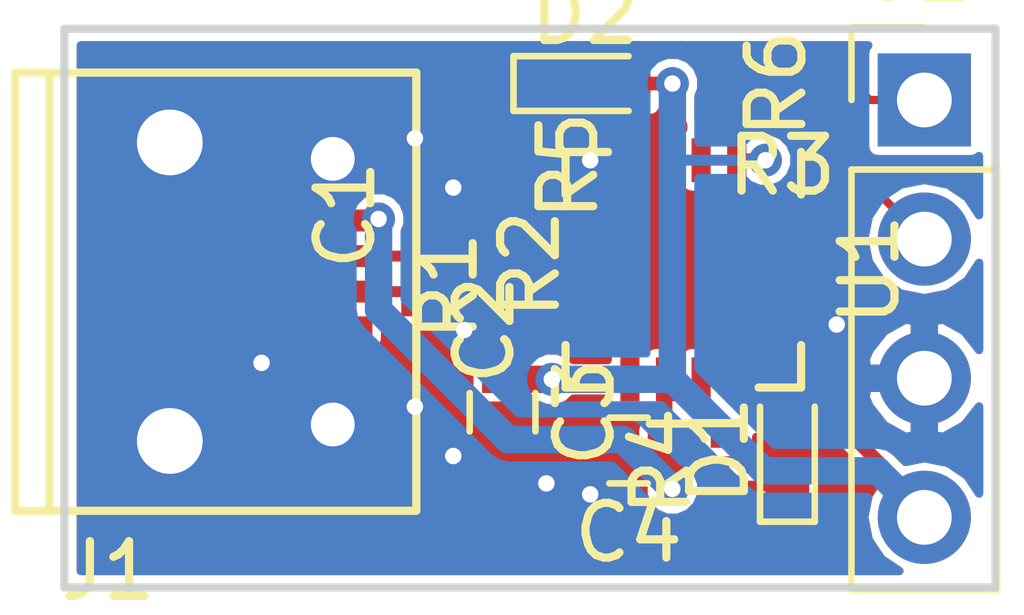
<source format=kicad_pcb>
(kicad_pcb (version 20170922) (host pcbnew no-vcs-found-fc5e8e5~60~ubuntu17.04.1)

(general
  (thickness 1.6)
  (drawings 21)
  (tracks 97)
  (zones 0)
  (modules 15)
  (nets 20)
)

(page A4)
(layers
  (0 F.Cu signal)
  (31 B.Cu signal)
  (32 B.Adhes user)
  (33 F.Adhes user)
  (34 B.Paste user)
  (35 F.Paste user)
  (36 B.SilkS user hide)
  (37 F.SilkS user hide)
  (38 B.Mask user)
  (39 F.Mask user)
  (40 Dwgs.User user)
  (41 Cmts.User user)
  (42 Eco1.User user)
  (43 Eco2.User user)
  (44 Edge.Cuts user)
  (45 Margin user)
  (46 B.CrtYd user)
  (47 F.CrtYd user)
  (48 B.Fab user)
  (49 F.Fab user hide)
)


(setup
  (last_trace_width 0.15)
  (user_trace_width 0.15)
  (user_trace_width 0.2)
  (user_trace_width 0.25)
  (user_trace_width 0.5)
  (user_trace_width 0.8)
  (user_trace_width 1)
  (user_trace_width 1.5)
  (user_trace_width 2)
  (trace_clearance 0.15)
  (zone_clearance 0.15)
  (zone_45_only no)
  (trace_min 0.15)
  (segment_width 0.2)
  (edge_width 0.15)
  (via_size 0.6)
  (via_drill 0.3)
  (via_min_size 0.6)
  (via_min_drill 0.3)
  (user_via 0.6 0.3)
  (uvia_size 0.3)
  (uvia_drill 0.1)
  (uvias_allowed no)
  (uvia_min_size 0.2)
  (uvia_min_drill 0.1)
  (pcb_text_width 0.3)
  (pcb_text_size 1.5 1.5)
  (mod_edge_width 0.15)
  (mod_text_size 1 1)
  (mod_text_width 0.15)
  (pad_size 1.7 1.7)
  (pad_drill 1)
  (pad_to_mask_clearance 0)
  (aux_axis_origin 0 0)
  (visible_elements FFFFFF7F)
  (pcbplotparams
    (layerselection 0x00030_ffffffff)
    (usegerberextensions false)
    (usegerberattributes true)
    (usegerberadvancedattributes true)
    (creategerberjobfile true)
    (excludeedgelayer true)
    (linewidth 0.100000)
    (plotframeref false)
    (viasonmask false)
    (mode 1)
    (useauxorigin false)
    (hpglpennumber 1)
    (hpglpenspeed 20)
    (hpglpendiameter 15)
    (psnegative false)
    (psa4output false)
    (plotreference true)
    (plotvalue true)
    (plotinvisibletext false)
    (padsonsilk false)
    (subtractmaskfromsilk false)
    (outputformat 1)
    (mirror false)
    (drillshape 1)
    (scaleselection 1)
    (outputdirectory ""))
)

(net 0 "")
(net 1 GND)
(net 2 "Net-(C1-Pad1)")
(net 3 "Net-(C2-Pad1)")
(net 4 +3V3)
(net 5 +5V)
(net 6 "Net-(D1-Pad1)")
(net 7 "Net-(D2-Pad1)")
(net 8 "Net-(R1-Pad1)")
(net 9 "Net-(R2-Pad1)")
(net 10 "Net-(R3-Pad2)")
(net 11 "Net-(R4-Pad2)")
(net 12 "Net-(R5-Pad2)")
(net 13 /Rx)
(net 14 /Tx)
(net 15 "Net-(J1-Pad4)")
(net 16 "Net-(R6-Pad2)")
(net 17 "Net-(U1-Pad12)")
(net 18 "Net-(U1-Pad14)")
(net 19 "Net-(U1-Pad16)")

(net_class Default "This is the default net class."
  (clearance 0.15)
  (trace_width 0.25)
  (via_dia 0.6)
  (via_drill 0.3)
  (uvia_dia 0.3)
  (uvia_drill 0.1)
  (add_net +3V3)
  (add_net +5V)
  (add_net /Rx)
  (add_net /Tx)
  (add_net GND)
  (add_net "Net-(C1-Pad1)")
  (add_net "Net-(C2-Pad1)")
  (add_net "Net-(D1-Pad1)")
  (add_net "Net-(D2-Pad1)")
  (add_net "Net-(J1-Pad4)")
  (add_net "Net-(R1-Pad1)")
  (add_net "Net-(R2-Pad1)")
  (add_net "Net-(R3-Pad2)")
  (add_net "Net-(R4-Pad2)")
  (add_net "Net-(R5-Pad2)")
  (add_net "Net-(R6-Pad2)")
  (add_net "Net-(U1-Pad12)")
  (add_net "Net-(U1-Pad14)")
  (add_net "Net-(U1-Pad16)")
)

  (module Capacitors_SMD:C_0402_NoSilk (layer F.Cu) (tedit 58AA8408) (tstamp 59DD947B)
    (at 146.4 73.4 90)
    (descr "Capacitor SMD 0402, reflow soldering, AVX (see smccp.pdf)")
    (tags "capacitor 0402")
    (path /59CBC4AC)
    (attr smd)
    (fp_text reference C1 (at 0 -1.27 90) (layer F.SilkS)
      (effects (font (size 1 1) (thickness 0.15)))
    )
    (fp_text value 47p (at 0 1.27 90) (layer F.Fab)
      (effects (font (size 1 1) (thickness 0.15)))
    )
    (fp_line (start 1 0.4) (end -1 0.4) (layer F.CrtYd) (width 0.05))
    (fp_line (start 1 0.4) (end 1 -0.4) (layer F.CrtYd) (width 0.05))
    (fp_line (start -1 -0.4) (end -1 0.4) (layer F.CrtYd) (width 0.05))
    (fp_line (start -1 -0.4) (end 1 -0.4) (layer F.CrtYd) (width 0.05))
    (fp_line (start -0.5 -0.25) (end 0.5 -0.25) (layer F.Fab) (width 0.1))
    (fp_line (start 0.5 -0.25) (end 0.5 0.25) (layer F.Fab) (width 0.1))
    (fp_line (start 0.5 0.25) (end -0.5 0.25) (layer F.Fab) (width 0.1))
    (fp_line (start -0.5 0.25) (end -0.5 -0.25) (layer F.Fab) (width 0.1))
    (fp_text user %R (at 0 -1.27 90) (layer F.Fab)
      (effects (font (size 1 1) (thickness 0.15)))
    )
    (pad 2 smd rect (at 0.55 0 90) (size 0.6 0.5) (layers F.Cu F.Paste F.Mask)
      (net 1 GND))
    (pad 1 smd rect (at -0.55 0 90) (size 0.6 0.5) (layers F.Cu F.Paste F.Mask)
      (net 2 "Net-(C1-Pad1)"))
    (model Capacitors_SMD.3dshapes/C_0402.wrl
      (at (xyz 0 0 0))
      (scale (xyz 1 1 1))
      (rotate (xyz 0 0 0))
    )
  )

  (module Capacitors_SMD:C_0402_NoSilk (layer F.Cu) (tedit 58AA8408) (tstamp 59DD948A)
    (at 146.4 75.5 270)
    (descr "Capacitor SMD 0402, reflow soldering, AVX (see smccp.pdf)")
    (tags "capacitor 0402")
    (path /59CBC39F)
    (attr smd)
    (fp_text reference C2 (at 0 -1.27 270) (layer F.SilkS)
      (effects (font (size 1 1) (thickness 0.15)))
    )
    (fp_text value 47p (at 0 1.27 270) (layer F.Fab)
      (effects (font (size 1 1) (thickness 0.15)))
    )
    (fp_text user %R (at 0 -1.27 270) (layer F.Fab)
      (effects (font (size 1 1) (thickness 0.15)))
    )
    (fp_line (start -0.5 0.25) (end -0.5 -0.25) (layer F.Fab) (width 0.1))
    (fp_line (start 0.5 0.25) (end -0.5 0.25) (layer F.Fab) (width 0.1))
    (fp_line (start 0.5 -0.25) (end 0.5 0.25) (layer F.Fab) (width 0.1))
    (fp_line (start -0.5 -0.25) (end 0.5 -0.25) (layer F.Fab) (width 0.1))
    (fp_line (start -1 -0.4) (end 1 -0.4) (layer F.CrtYd) (width 0.05))
    (fp_line (start -1 -0.4) (end -1 0.4) (layer F.CrtYd) (width 0.05))
    (fp_line (start 1 0.4) (end 1 -0.4) (layer F.CrtYd) (width 0.05))
    (fp_line (start 1 0.4) (end -1 0.4) (layer F.CrtYd) (width 0.05))
    (pad 1 smd rect (at -0.55 0 270) (size 0.6 0.5) (layers F.Cu F.Paste F.Mask)
      (net 3 "Net-(C2-Pad1)"))
    (pad 2 smd rect (at 0.55 0 270) (size 0.6 0.5) (layers F.Cu F.Paste F.Mask)
      (net 1 GND))
    (model Capacitors_SMD.3dshapes/C_0402.wrl
      (at (xyz 0 0 0))
      (scale (xyz 1 1 1))
      (rotate (xyz 0 0 0))
    )
  )

  (module Capacitors_SMD:C_0603 (layer F.Cu) (tedit 59958EE7) (tstamp 59DD949B)
    (at 148 77 270)
    (descr "Capacitor SMD 0603, reflow soldering, AVX (see smccp.pdf)")
    (tags "capacitor 0603")
    (path /59CBC175)
    (attr smd)
    (fp_text reference C3 (at 0 -1.5 270) (layer F.SilkS)
      (effects (font (size 1 1) (thickness 0.15)))
    )
    (fp_text value 4.7u/6.3V (at 0 1.5 270) (layer F.Fab)
      (effects (font (size 1 1) (thickness 0.15)))
    )
    (fp_line (start 1.4 0.65) (end -1.4 0.65) (layer F.CrtYd) (width 0.05))
    (fp_line (start 1.4 0.65) (end 1.4 -0.65) (layer F.CrtYd) (width 0.05))
    (fp_line (start -1.4 -0.65) (end -1.4 0.65) (layer F.CrtYd) (width 0.05))
    (fp_line (start -1.4 -0.65) (end 1.4 -0.65) (layer F.CrtYd) (width 0.05))
    (fp_line (start 0.35 0.6) (end -0.35 0.6) (layer F.SilkS) (width 0.12))
    (fp_line (start -0.35 -0.6) (end 0.35 -0.6) (layer F.SilkS) (width 0.12))
    (fp_line (start -0.8 -0.4) (end 0.8 -0.4) (layer F.Fab) (width 0.1))
    (fp_line (start 0.8 -0.4) (end 0.8 0.4) (layer F.Fab) (width 0.1))
    (fp_line (start 0.8 0.4) (end -0.8 0.4) (layer F.Fab) (width 0.1))
    (fp_line (start -0.8 0.4) (end -0.8 -0.4) (layer F.Fab) (width 0.1))
    (fp_text user %R (at 0 0 270) (layer F.Fab)
      (effects (font (size 0.3 0.3) (thickness 0.075)))
    )
    (pad 2 smd rect (at 0.75 0 270) (size 0.8 0.75) (layers F.Cu F.Paste F.Mask)
      (net 1 GND))
    (pad 1 smd rect (at -0.75 0 270) (size 0.8 0.75) (layers F.Cu F.Paste F.Mask)
      (net 4 +3V3))
    (model Capacitors_SMD.3dshapes/C_0603.wrl
      (at (xyz 0 0 0))
      (scale (xyz 1 1 1))
      (rotate (xyz 0 0 0))
    )
  )

  (module Capacitors_SMD:C_0603 (layer F.Cu) (tedit 59958EE7) (tstamp 59DD94AC)
    (at 150.3 77.7 180)
    (descr "Capacitor SMD 0603, reflow soldering, AVX (see smccp.pdf)")
    (tags "capacitor 0603")
    (path /59CBCDB8)
    (attr smd)
    (fp_text reference C4 (at 0 -1.5 180) (layer F.SilkS)
      (effects (font (size 1 1) (thickness 0.15)))
    )
    (fp_text value 4.7u/6.3V (at 0 1.5 180) (layer F.Fab)
      (effects (font (size 1 1) (thickness 0.15)))
    )
    (fp_text user %R (at 0 0 180) (layer F.Fab)
      (effects (font (size 0.3 0.3) (thickness 0.075)))
    )
    (fp_line (start -0.8 0.4) (end -0.8 -0.4) (layer F.Fab) (width 0.1))
    (fp_line (start 0.8 0.4) (end -0.8 0.4) (layer F.Fab) (width 0.1))
    (fp_line (start 0.8 -0.4) (end 0.8 0.4) (layer F.Fab) (width 0.1))
    (fp_line (start -0.8 -0.4) (end 0.8 -0.4) (layer F.Fab) (width 0.1))
    (fp_line (start -0.35 -0.6) (end 0.35 -0.6) (layer F.SilkS) (width 0.12))
    (fp_line (start 0.35 0.6) (end -0.35 0.6) (layer F.SilkS) (width 0.12))
    (fp_line (start -1.4 -0.65) (end 1.4 -0.65) (layer F.CrtYd) (width 0.05))
    (fp_line (start -1.4 -0.65) (end -1.4 0.65) (layer F.CrtYd) (width 0.05))
    (fp_line (start 1.4 0.65) (end 1.4 -0.65) (layer F.CrtYd) (width 0.05))
    (fp_line (start 1.4 0.65) (end -1.4 0.65) (layer F.CrtYd) (width 0.05))
    (pad 1 smd rect (at -0.75 0 180) (size 0.8 0.75) (layers F.Cu F.Paste F.Mask)
      (net 5 +5V))
    (pad 2 smd rect (at 0.75 0 180) (size 0.8 0.75) (layers F.Cu F.Paste F.Mask)
      (net 1 GND))
    (model Capacitors_SMD.3dshapes/C_0603.wrl
      (at (xyz 0 0 0))
      (scale (xyz 1 1 1))
      (rotate (xyz 0 0 0))
    )
  )

  (module LEDs:LED_0603 (layer F.Cu) (tedit 57FE93A5) (tstamp 59DD94C1)
    (at 153.2 77.7 90)
    (descr "LED 0603 smd package")
    (tags "LED led 0603 SMD smd SMT smt smdled SMDLED smtled SMTLED")
    (path /59CBC8A8)
    (attr smd)
    (fp_text reference D1 (at 0 -1.25 90) (layer F.SilkS)
      (effects (font (size 1 1) (thickness 0.15)))
    )
    (fp_text value LED (at 0 1.35 90) (layer F.Fab)
      (effects (font (size 1 1) (thickness 0.15)))
    )
    (fp_line (start -1.3 -0.5) (end -1.3 0.5) (layer F.SilkS) (width 0.12))
    (fp_line (start -0.2 -0.2) (end -0.2 0.2) (layer F.Fab) (width 0.1))
    (fp_line (start -0.15 0) (end 0.15 -0.2) (layer F.Fab) (width 0.1))
    (fp_line (start 0.15 0.2) (end -0.15 0) (layer F.Fab) (width 0.1))
    (fp_line (start 0.15 -0.2) (end 0.15 0.2) (layer F.Fab) (width 0.1))
    (fp_line (start 0.8 0.4) (end -0.8 0.4) (layer F.Fab) (width 0.1))
    (fp_line (start 0.8 -0.4) (end 0.8 0.4) (layer F.Fab) (width 0.1))
    (fp_line (start -0.8 -0.4) (end 0.8 -0.4) (layer F.Fab) (width 0.1))
    (fp_line (start -0.8 0.4) (end -0.8 -0.4) (layer F.Fab) (width 0.1))
    (fp_line (start -1.3 0.5) (end 0.8 0.5) (layer F.SilkS) (width 0.12))
    (fp_line (start -1.3 -0.5) (end 0.8 -0.5) (layer F.SilkS) (width 0.12))
    (fp_line (start 1.45 -0.65) (end 1.45 0.65) (layer F.CrtYd) (width 0.05))
    (fp_line (start 1.45 0.65) (end -1.45 0.65) (layer F.CrtYd) (width 0.05))
    (fp_line (start -1.45 0.65) (end -1.45 -0.65) (layer F.CrtYd) (width 0.05))
    (fp_line (start -1.45 -0.65) (end 1.45 -0.65) (layer F.CrtYd) (width 0.05))
    (pad 2 smd rect (at 0.8 0 270) (size 0.8 0.8) (layers F.Cu F.Paste F.Mask)
      (net 4 +3V3))
    (pad 1 smd rect (at -0.8 0 270) (size 0.8 0.8) (layers F.Cu F.Paste F.Mask)
      (net 6 "Net-(D1-Pad1)"))
    (model ${KISYS3DMOD}/LEDs.3dshapes/LED_0603.wrl
      (at (xyz 0 0 0))
      (scale (xyz 1 1 1))
      (rotate (xyz 0 0 180))
    )
  )

  (module LEDs:LED_0603 (layer F.Cu) (tedit 57FE93A5) (tstamp 59DD94D6)
    (at 149.5 71)
    (descr "LED 0603 smd package")
    (tags "LED led 0603 SMD smd SMT smt smdled SMDLED smtled SMTLED")
    (path /59CBC8FC)
    (attr smd)
    (fp_text reference D2 (at 0 -1.25) (layer F.SilkS)
      (effects (font (size 1 1) (thickness 0.15)))
    )
    (fp_text value LED (at 0 1.35) (layer F.Fab)
      (effects (font (size 1 1) (thickness 0.15)))
    )
    (fp_line (start -1.45 -0.65) (end 1.45 -0.65) (layer F.CrtYd) (width 0.05))
    (fp_line (start -1.45 0.65) (end -1.45 -0.65) (layer F.CrtYd) (width 0.05))
    (fp_line (start 1.45 0.65) (end -1.45 0.65) (layer F.CrtYd) (width 0.05))
    (fp_line (start 1.45 -0.65) (end 1.45 0.65) (layer F.CrtYd) (width 0.05))
    (fp_line (start -1.3 -0.5) (end 0.8 -0.5) (layer F.SilkS) (width 0.12))
    (fp_line (start -1.3 0.5) (end 0.8 0.5) (layer F.SilkS) (width 0.12))
    (fp_line (start -0.8 0.4) (end -0.8 -0.4) (layer F.Fab) (width 0.1))
    (fp_line (start -0.8 -0.4) (end 0.8 -0.4) (layer F.Fab) (width 0.1))
    (fp_line (start 0.8 -0.4) (end 0.8 0.4) (layer F.Fab) (width 0.1))
    (fp_line (start 0.8 0.4) (end -0.8 0.4) (layer F.Fab) (width 0.1))
    (fp_line (start 0.15 -0.2) (end 0.15 0.2) (layer F.Fab) (width 0.1))
    (fp_line (start 0.15 0.2) (end -0.15 0) (layer F.Fab) (width 0.1))
    (fp_line (start -0.15 0) (end 0.15 -0.2) (layer F.Fab) (width 0.1))
    (fp_line (start -0.2 -0.2) (end -0.2 0.2) (layer F.Fab) (width 0.1))
    (fp_line (start -1.3 -0.5) (end -1.3 0.5) (layer F.SilkS) (width 0.12))
    (pad 1 smd rect (at -0.8 0 180) (size 0.8 0.8) (layers F.Cu F.Paste F.Mask)
      (net 7 "Net-(D2-Pad1)"))
    (pad 2 smd rect (at 0.8 0 180) (size 0.8 0.8) (layers F.Cu F.Paste F.Mask)
      (net 4 +3V3))
    (model ${KISYS3DMOD}/LEDs.3dshapes/LED_0603.wrl
      (at (xyz 0 0 0))
      (scale (xyz 1 1 1))
      (rotate (xyz 0 0 180))
    )
  )

  (module hunz:USB_Micro-B_10103594-0001LF (layer F.Cu) (tedit 569952C3) (tstamp 59DD94EE)
    (at 142.8 74.8 180)
    (descr "Micro USB Type B 10103594-0001LF")
    (tags "USB USB_B USB_micro USB_OTG")
    (path /59CBD396)
    (attr smd)
    (fp_text reference J1 (at 2 -5.1 180) (layer F.SilkS)
      (effects (font (size 1 1) (thickness 0.15)))
    )
    (fp_text value USB_OTG (at 0.9 6.175 180) (layer F.Fab)
      (effects (font (size 1 1) (thickness 0.15)))
    )
    (fp_line (start -3.9 4.25) (end -3.9 -4.25) (layer F.CrtYd) (width 0.05))
    (fp_line (start -3.9 -4.25) (end 3.95 -4.25) (layer F.CrtYd) (width 0.05))
    (fp_line (start 3.95 -4.25) (end 3.95 4.25) (layer F.CrtYd) (width 0.05))
    (fp_line (start 3.95 4.25) (end -3.9 4.25) (layer F.CrtYd) (width 0.05))
    (fp_line (start 3.695 4) (end 3.695 -4) (layer F.SilkS) (width 0.15))
    (fp_line (start -3.625 4) (end -3.625 -4) (layer F.SilkS) (width 0.15))
    (fp_line (start -3.625 -4) (end 3.695 -4) (layer F.SilkS) (width 0.15))
    (fp_line (start 3.075 -4) (end 3.075 4) (layer F.SilkS) (width 0.15))
    (fp_line (start 3.695 4) (end -3.625 4) (layer F.SilkS) (width 0.15))
    (pad 1 smd rect (at -2 1.3) (size 1.65 0.4) (layers F.Cu F.Paste F.Mask)
      (net 5 +5V))
    (pad 2 smd rect (at -2 0.65) (size 1.65 0.4) (layers F.Cu F.Paste F.Mask)
      (net 2 "Net-(C1-Pad1)"))
    (pad 3 smd rect (at -2 0.0009) (size 1.65 0.4) (layers F.Cu F.Paste F.Mask)
      (net 3 "Net-(C2-Pad1)"))
    (pad 4 smd rect (at -2 -0.65) (size 1.65 0.4) (layers F.Cu F.Paste F.Mask)
      (net 15 "Net-(J1-Pad4)"))
    (pad 5 smd rect (at -2 -1.3) (size 1.65 0.4) (layers F.Cu F.Paste F.Mask)
      (net 1 GND))
    (pad 6 thru_hole rect (at -2.1 2.425) (size 1.5 2.1) (drill 0.8 (offset 0 -0.4)) (layers *.Cu *.Mask F.Paste)
      (net 1 GND))
    (pad 6 thru_hole rect (at -2.1 -2.425) (size 1.5 2.1) (drill 0.8 (offset 0 0.4)) (layers *.Cu *.Mask F.Paste)
      (net 1 GND))
    (pad 6 thru_hole rect (at 0.875 2.725) (size 3.4 1.9) (drill 1.2 (offset 0.3 -0.2)) (layers *.Cu *.Mask F.Paste)
      (net 1 GND))
    (pad 6 thru_hole rect (at 0.875 -2.725) (size 3.4 1.9) (drill 1.2 (offset 0.3 0.2)) (layers *.Cu *.Mask F.Paste)
      (net 1 GND))
    (pad 6 smd rect (at 1.125 0.9625) (size 2.5 1.425) (layers F.Cu F.Paste F.Mask)
      (net 1 GND))
    (pad 6 smd rect (at 1.125 -0.9625) (size 2.5 1.425) (layers F.Cu F.Paste F.Mask)
      (net 1 GND))
    (model /home/hunz/projects/github/hwdev/ca5/kicad/3d/microusb.wrl
      (at (xyz 0.02437007874015748 0 0.05))
      (scale (xyz 400 400 400))
      (rotate (xyz -90 0 -90))
    )
  )

  (module Pin_Headers:Pin_Header_Straight_1x04_Pitch2.54mm (layer F.Cu) (tedit 59CBCECA) (tstamp 59DD9506)
    (at 155.7 71.3)
    (descr "Through hole straight pin header, 1x04, 2.54mm pitch, single row")
    (tags "Through hole pin header THT 1x04 2.54mm single row")
    (path /59CBBCFF)
    (fp_text reference J2 (at 0 -2.33) (layer F.SilkS)
      (effects (font (size 1 1) (thickness 0.15)))
    )
    (fp_text value Conn_01x04 (at 0 9.95) (layer F.Fab)
      (effects (font (size 1 1) (thickness 0.15)))
    )
    (fp_line (start -0.635 -1.27) (end 1.27 -1.27) (layer F.Fab) (width 0.1))
    (fp_line (start 1.27 -1.27) (end 1.27 8.89) (layer F.Fab) (width 0.1))
    (fp_line (start 1.27 8.89) (end -1.27 8.89) (layer F.Fab) (width 0.1))
    (fp_line (start -1.27 8.89) (end -1.27 -0.635) (layer F.Fab) (width 0.1))
    (fp_line (start -1.27 -0.635) (end -0.635 -1.27) (layer F.Fab) (width 0.1))
    (fp_line (start -1.33 8.95) (end 1.33 8.95) (layer F.SilkS) (width 0.12))
    (fp_line (start -1.33 1.27) (end -1.33 8.95) (layer F.SilkS) (width 0.12))
    (fp_line (start 1.33 1.27) (end 1.33 8.95) (layer F.SilkS) (width 0.12))
    (fp_line (start -1.33 1.27) (end 1.33 1.27) (layer F.SilkS) (width 0.12))
    (fp_line (start -1.33 0) (end -1.33 -1.33) (layer F.SilkS) (width 0.12))
    (fp_line (start -1.33 -1.33) (end 0 -1.33) (layer F.SilkS) (width 0.12))
    (fp_line (start -1.8 -1.8) (end -1.8 9.4) (layer F.CrtYd) (width 0.05))
    (fp_line (start -1.8 9.4) (end 1.8 9.4) (layer F.CrtYd) (width 0.05))
    (fp_line (start 1.8 9.4) (end 1.8 -1.8) (layer F.CrtYd) (width 0.05))
    (fp_line (start 1.8 -1.8) (end -1.8 -1.8) (layer F.CrtYd) (width 0.05))
    (fp_text user %R (at 0 3.81 90) (layer F.Fab)
      (effects (font (size 1 1) (thickness 0.15)))
    )
    (pad 1 thru_hole rect (at 0 0) (size 1.7 1.7) (drill 1) (layers *.Cu *.Mask)
      (net 13 /Rx))
    (pad 2 thru_hole oval (at 0 2.54) (size 1.7 1.7) (drill 1) (layers *.Cu *.Mask)
      (net 14 /Tx))
    (pad 3 thru_hole oval (at 0 5.08) (size 1.7 1.7) (drill 1) (layers *.Cu *.Mask)
      (net 1 GND) (zone_connect 1) (thermal_width 0.5) (thermal_gap 0.2))
    (pad 4 thru_hole oval (at 0 7.62) (size 1.7 1.7) (drill 1) (layers *.Cu *.Mask)
      (net 4 +3V3))
  )

  (module Resistors_SMD:R_0402_NoSilk (layer F.Cu) (tedit 58E0A804) (tstamp 59DD9515)
    (at 148.2 74.7 90)
    (descr "Resistor SMD 0402, reflow soldering, Vishay (see dcrcw.pdf)")
    (tags "resistor 0402")
    (path /59CBC267)
    (attr smd)
    (fp_text reference R1 (at 0 -1.2 90) (layer F.SilkS)
      (effects (font (size 1 1) (thickness 0.15)))
    )
    (fp_text value 27 (at 0 1.25 90) (layer F.Fab)
      (effects (font (size 1 1) (thickness 0.15)))
    )
    (fp_line (start 0.8 0.45) (end -0.8 0.45) (layer F.CrtYd) (width 0.05))
    (fp_line (start 0.8 0.45) (end 0.8 -0.45) (layer F.CrtYd) (width 0.05))
    (fp_line (start -0.8 -0.45) (end -0.8 0.45) (layer F.CrtYd) (width 0.05))
    (fp_line (start -0.8 -0.45) (end 0.8 -0.45) (layer F.CrtYd) (width 0.05))
    (fp_line (start -0.5 -0.25) (end 0.5 -0.25) (layer F.Fab) (width 0.1))
    (fp_line (start 0.5 -0.25) (end 0.5 0.25) (layer F.Fab) (width 0.1))
    (fp_line (start 0.5 0.25) (end -0.5 0.25) (layer F.Fab) (width 0.1))
    (fp_line (start -0.5 0.25) (end -0.5 -0.25) (layer F.Fab) (width 0.1))
    (fp_text user %R (at 0 -1.2 90) (layer F.Fab)
      (effects (font (size 1 1) (thickness 0.15)))
    )
    (pad 2 smd rect (at 0.45 0 90) (size 0.4 0.6) (layers F.Cu F.Paste F.Mask)
      (net 2 "Net-(C1-Pad1)"))
    (pad 1 smd rect (at -0.45 0 90) (size 0.4 0.6) (layers F.Cu F.Paste F.Mask)
      (net 8 "Net-(R1-Pad1)"))
    (model ${KISYS3DMOD}/Resistors_SMD.3dshapes/R_0402.wrl
      (at (xyz 0 0 0))
      (scale (xyz 1 1 1))
      (rotate (xyz 0 0 0))
    )
  )

  (module Resistors_SMD:R_0402_NoSilk (layer F.Cu) (tedit 58E0A804) (tstamp 59DD9524)
    (at 147.3 74.3 270)
    (descr "Resistor SMD 0402, reflow soldering, Vishay (see dcrcw.pdf)")
    (tags "resistor 0402")
    (path /59CBC2E6)
    (attr smd)
    (fp_text reference R2 (at 0 -1.2 270) (layer F.SilkS)
      (effects (font (size 1 1) (thickness 0.15)))
    )
    (fp_text value 27 (at 0 1.25 270) (layer F.Fab)
      (effects (font (size 1 1) (thickness 0.15)))
    )
    (fp_text user %R (at 0 -1.2 270) (layer F.Fab)
      (effects (font (size 1 1) (thickness 0.15)))
    )
    (fp_line (start -0.5 0.25) (end -0.5 -0.25) (layer F.Fab) (width 0.1))
    (fp_line (start 0.5 0.25) (end -0.5 0.25) (layer F.Fab) (width 0.1))
    (fp_line (start 0.5 -0.25) (end 0.5 0.25) (layer F.Fab) (width 0.1))
    (fp_line (start -0.5 -0.25) (end 0.5 -0.25) (layer F.Fab) (width 0.1))
    (fp_line (start -0.8 -0.45) (end 0.8 -0.45) (layer F.CrtYd) (width 0.05))
    (fp_line (start -0.8 -0.45) (end -0.8 0.45) (layer F.CrtYd) (width 0.05))
    (fp_line (start 0.8 0.45) (end 0.8 -0.45) (layer F.CrtYd) (width 0.05))
    (fp_line (start 0.8 0.45) (end -0.8 0.45) (layer F.CrtYd) (width 0.05))
    (pad 1 smd rect (at -0.45 0 270) (size 0.4 0.6) (layers F.Cu F.Paste F.Mask)
      (net 9 "Net-(R2-Pad1)"))
    (pad 2 smd rect (at 0.45 0 270) (size 0.4 0.6) (layers F.Cu F.Paste F.Mask)
      (net 3 "Net-(C2-Pad1)"))
    (model ${KISYS3DMOD}/Resistors_SMD.3dshapes/R_0402.wrl
      (at (xyz 0 0 0))
      (scale (xyz 1 1 1))
      (rotate (xyz 0 0 0))
    )
  )

  (module Resistors_SMD:R_0402_NoSilk (layer F.Cu) (tedit 58E0A804) (tstamp 59DD9533)
    (at 153.1 71.3 180)
    (descr "Resistor SMD 0402, reflow soldering, Vishay (see dcrcw.pdf)")
    (tags "resistor 0402")
    (path /59CBBB72)
    (attr smd)
    (fp_text reference R3 (at 0 -1.2 180) (layer F.SilkS)
      (effects (font (size 1 1) (thickness 0.15)))
    )
    (fp_text value 120 (at 0 1.25 180) (layer F.Fab)
      (effects (font (size 1 1) (thickness 0.15)))
    )
    (fp_text user %R (at 0 -1.2 180) (layer F.Fab)
      (effects (font (size 1 1) (thickness 0.15)))
    )
    (fp_line (start -0.5 0.25) (end -0.5 -0.25) (layer F.Fab) (width 0.1))
    (fp_line (start 0.5 0.25) (end -0.5 0.25) (layer F.Fab) (width 0.1))
    (fp_line (start 0.5 -0.25) (end 0.5 0.25) (layer F.Fab) (width 0.1))
    (fp_line (start -0.5 -0.25) (end 0.5 -0.25) (layer F.Fab) (width 0.1))
    (fp_line (start -0.8 -0.45) (end 0.8 -0.45) (layer F.CrtYd) (width 0.05))
    (fp_line (start -0.8 -0.45) (end -0.8 0.45) (layer F.CrtYd) (width 0.05))
    (fp_line (start 0.8 0.45) (end 0.8 -0.45) (layer F.CrtYd) (width 0.05))
    (fp_line (start 0.8 0.45) (end -0.8 0.45) (layer F.CrtYd) (width 0.05))
    (pad 1 smd rect (at -0.45 0 180) (size 0.4 0.6) (layers F.Cu F.Paste F.Mask)
      (net 14 /Tx))
    (pad 2 smd rect (at 0.45 0 180) (size 0.4 0.6) (layers F.Cu F.Paste F.Mask)
      (net 10 "Net-(R3-Pad2)"))
    (model ${KISYS3DMOD}/Resistors_SMD.3dshapes/R_0402.wrl
      (at (xyz 0 0 0))
      (scale (xyz 1 1 1))
      (rotate (xyz 0 0 0))
    )
  )

  (module Resistors_SMD:R_0402_NoSilk (layer F.Cu) (tedit 58E0A804) (tstamp 59DD9542)
    (at 152.1 77.9 90)
    (descr "Resistor SMD 0402, reflow soldering, Vishay (see dcrcw.pdf)")
    (tags "resistor 0402")
    (path /59CBC039)
    (attr smd)
    (fp_text reference R4 (at 0 -1.2 90) (layer F.SilkS)
      (effects (font (size 1 1) (thickness 0.15)))
    )
    (fp_text value 470 (at 0 1.25 90) (layer F.Fab)
      (effects (font (size 1 1) (thickness 0.15)))
    )
    (fp_line (start 0.8 0.45) (end -0.8 0.45) (layer F.CrtYd) (width 0.05))
    (fp_line (start 0.8 0.45) (end 0.8 -0.45) (layer F.CrtYd) (width 0.05))
    (fp_line (start -0.8 -0.45) (end -0.8 0.45) (layer F.CrtYd) (width 0.05))
    (fp_line (start -0.8 -0.45) (end 0.8 -0.45) (layer F.CrtYd) (width 0.05))
    (fp_line (start -0.5 -0.25) (end 0.5 -0.25) (layer F.Fab) (width 0.1))
    (fp_line (start 0.5 -0.25) (end 0.5 0.25) (layer F.Fab) (width 0.1))
    (fp_line (start 0.5 0.25) (end -0.5 0.25) (layer F.Fab) (width 0.1))
    (fp_line (start -0.5 0.25) (end -0.5 -0.25) (layer F.Fab) (width 0.1))
    (fp_text user %R (at 0 -1.2 90) (layer F.Fab)
      (effects (font (size 1 1) (thickness 0.15)))
    )
    (pad 2 smd rect (at 0.45 0 90) (size 0.4 0.6) (layers F.Cu F.Paste F.Mask)
      (net 11 "Net-(R4-Pad2)"))
    (pad 1 smd rect (at -0.45 0 90) (size 0.4 0.6) (layers F.Cu F.Paste F.Mask)
      (net 6 "Net-(D1-Pad1)"))
    (model ${KISYS3DMOD}/Resistors_SMD.3dshapes/R_0402.wrl
      (at (xyz 0 0 0))
      (scale (xyz 1 1 1))
      (rotate (xyz 0 0 0))
    )
  )

  (module Resistors_SMD:R_0402_NoSilk (layer F.Cu) (tedit 58E0A804) (tstamp 59DD9551)
    (at 148 72.5 270)
    (descr "Resistor SMD 0402, reflow soldering, Vishay (see dcrcw.pdf)")
    (tags "resistor 0402")
    (path /59CBC085)
    (attr smd)
    (fp_text reference R5 (at 0 -1.2 270) (layer F.SilkS)
      (effects (font (size 1 1) (thickness 0.15)))
    )
    (fp_text value 470 (at 0 1.25 270) (layer F.Fab)
      (effects (font (size 1 1) (thickness 0.15)))
    )
    (fp_text user %R (at 0 -1.2 270) (layer F.Fab)
      (effects (font (size 1 1) (thickness 0.15)))
    )
    (fp_line (start -0.5 0.25) (end -0.5 -0.25) (layer F.Fab) (width 0.1))
    (fp_line (start 0.5 0.25) (end -0.5 0.25) (layer F.Fab) (width 0.1))
    (fp_line (start 0.5 -0.25) (end 0.5 0.25) (layer F.Fab) (width 0.1))
    (fp_line (start -0.5 -0.25) (end 0.5 -0.25) (layer F.Fab) (width 0.1))
    (fp_line (start -0.8 -0.45) (end 0.8 -0.45) (layer F.CrtYd) (width 0.05))
    (fp_line (start -0.8 -0.45) (end -0.8 0.45) (layer F.CrtYd) (width 0.05))
    (fp_line (start 0.8 0.45) (end 0.8 -0.45) (layer F.CrtYd) (width 0.05))
    (fp_line (start 0.8 0.45) (end -0.8 0.45) (layer F.CrtYd) (width 0.05))
    (pad 1 smd rect (at -0.45 0 270) (size 0.4 0.6) (layers F.Cu F.Paste F.Mask)
      (net 7 "Net-(D2-Pad1)"))
    (pad 2 smd rect (at 0.45 0 270) (size 0.4 0.6) (layers F.Cu F.Paste F.Mask)
      (net 12 "Net-(R5-Pad2)"))
    (model ${KISYS3DMOD}/Resistors_SMD.3dshapes/R_0402.wrl
      (at (xyz 0 0 0))
      (scale (xyz 1 1 1))
      (rotate (xyz 0 0 0))
    )
  )

  (module Housings_DFN_QFN:QFN-16-1EP_4x4mm_Pitch0.65mm (layer F.Cu) (tedit 54130A77) (tstamp 59DD9579)
    (at 151.3 74.4 270)
    (descr "16-Lead Plastic Quad Flat, No Lead Package (ML) - 4x4x0.9 mm Body [QFN]; (see Microchip Packaging Specification 00000049BS.pdf)")
    (tags "QFN 0.65")
    (path /59CBB9E6)
    (attr smd)
    (fp_text reference U1 (at 0 -3.4 270) (layer F.SilkS)
      (effects (font (size 1 1) (thickness 0.15)))
    )
    (fp_text value FT230XQ (at 0 3.4 270) (layer F.Fab)
      (effects (font (size 1 1) (thickness 0.15)))
    )
    (fp_line (start -1 -2) (end 2 -2) (layer F.Fab) (width 0.15))
    (fp_line (start 2 -2) (end 2 2) (layer F.Fab) (width 0.15))
    (fp_line (start 2 2) (end -2 2) (layer F.Fab) (width 0.15))
    (fp_line (start -2 2) (end -2 -1) (layer F.Fab) (width 0.15))
    (fp_line (start -2 -1) (end -1 -2) (layer F.Fab) (width 0.15))
    (fp_line (start -2.65 -2.65) (end -2.65 2.65) (layer F.CrtYd) (width 0.05))
    (fp_line (start 2.65 -2.65) (end 2.65 2.65) (layer F.CrtYd) (width 0.05))
    (fp_line (start -2.65 -2.65) (end 2.65 -2.65) (layer F.CrtYd) (width 0.05))
    (fp_line (start -2.65 2.65) (end 2.65 2.65) (layer F.CrtYd) (width 0.05))
    (fp_line (start 2.15 -2.15) (end 2.15 -1.375) (layer F.SilkS) (width 0.15))
    (fp_line (start -2.15 2.15) (end -2.15 1.375) (layer F.SilkS) (width 0.15))
    (fp_line (start 2.15 2.15) (end 2.15 1.375) (layer F.SilkS) (width 0.15))
    (fp_line (start -2.15 -2.15) (end -1.375 -2.15) (layer F.SilkS) (width 0.15))
    (fp_line (start -2.15 2.15) (end -1.375 2.15) (layer F.SilkS) (width 0.15))
    (fp_line (start 2.15 2.15) (end 1.375 2.15) (layer F.SilkS) (width 0.15))
    (fp_line (start 2.15 -2.15) (end 1.375 -2.15) (layer F.SilkS) (width 0.15))
    (pad 1 smd rect (at -2 -0.975 270) (size 0.8 0.35) (layers F.Cu F.Paste F.Mask)
      (net 4 +3V3))
    (pad 2 smd rect (at -2 -0.325 270) (size 0.8 0.35) (layers F.Cu F.Paste F.Mask)
      (net 16 "Net-(R6-Pad2)"))
    (pad 3 smd rect (at -2 0.325 270) (size 0.8 0.35) (layers F.Cu F.Paste F.Mask)
      (net 1 GND))
    (pad 4 smd rect (at -2 0.975 270) (size 0.8 0.35) (layers F.Cu F.Paste F.Mask)
      (net 1 GND))
    (pad 5 smd rect (at -0.975 2) (size 0.8 0.35) (layers F.Cu F.Paste F.Mask)
      (net 12 "Net-(R5-Pad2)"))
    (pad 6 smd rect (at -0.325 2) (size 0.8 0.35) (layers F.Cu F.Paste F.Mask)
      (net 9 "Net-(R2-Pad1)"))
    (pad 7 smd rect (at 0.325 2) (size 0.8 0.35) (layers F.Cu F.Paste F.Mask)
      (net 8 "Net-(R1-Pad1)"))
    (pad 8 smd rect (at 0.975 2) (size 0.8 0.35) (layers F.Cu F.Paste F.Mask)
      (net 4 +3V3))
    (pad 9 smd rect (at 2 0.975 270) (size 0.8 0.35) (layers F.Cu F.Paste F.Mask)
      (net 4 +3V3))
    (pad 10 smd rect (at 2 0.325 270) (size 0.8 0.35) (layers F.Cu F.Paste F.Mask)
      (net 5 +5V))
    (pad 11 smd rect (at 2 -0.325 270) (size 0.8 0.35) (layers F.Cu F.Paste F.Mask)
      (net 11 "Net-(R4-Pad2)"))
    (pad 12 smd rect (at 2 -0.975 270) (size 0.8 0.35) (layers F.Cu F.Paste F.Mask)
      (net 17 "Net-(U1-Pad12)"))
    (pad 13 smd rect (at 0.975 -2) (size 0.8 0.35) (layers F.Cu F.Paste F.Mask)
      (net 1 GND))
    (pad 14 smd rect (at 0.325 -2) (size 0.8 0.35) (layers F.Cu F.Paste F.Mask)
      (net 18 "Net-(U1-Pad14)"))
    (pad 15 smd rect (at -0.325 -2) (size 0.8 0.35) (layers F.Cu F.Paste F.Mask)
      (net 10 "Net-(R3-Pad2)"))
    (pad 16 smd rect (at -0.975 -2) (size 0.8 0.35) (layers F.Cu F.Paste F.Mask)
      (net 19 "Net-(U1-Pad16)"))
    (pad 17 smd rect (at 0.625 0.625 270) (size 1.25 1.25) (layers F.Cu F.Paste F.Mask)
      (net 1 GND) (solder_paste_margin_ratio -0.2))
    (pad 17 smd rect (at 0.625 -0.625 270) (size 1.25 1.25) (layers F.Cu F.Paste F.Mask)
      (net 1 GND) (solder_paste_margin_ratio -0.2))
    (pad 17 smd rect (at -0.625 0.625 270) (size 1.25 1.25) (layers F.Cu F.Paste F.Mask)
      (net 1 GND) (solder_paste_margin_ratio -0.2))
    (pad 17 smd rect (at -0.625 -0.625 270) (size 1.25 1.25) (layers F.Cu F.Paste F.Mask)
      (net 1 GND) (solder_paste_margin_ratio -0.2))
    (model ${KISYS3DMOD}/Housings_DFN_QFN.3dshapes/QFN-16-1EP_4x4mm_Pitch0.65mm.wrl
      (at (xyz 0 0 0))
      (scale (xyz 1 1 1))
      (rotate (xyz 0 0 0))
    )
  )

  (module Resistors_SMD:R_0402_NoSilk (layer F.Cu) (tedit 58E0A804) (tstamp 59F30F7B)
    (at 151.8 71 270)
    (descr "Resistor SMD 0402, reflow soldering, Vishay (see dcrcw.pdf)")
    (tags "resistor 0402")
    (path /59F30FB9)
    (attr smd)
    (fp_text reference R6 (at 0 -1.2 270) (layer F.SilkS)
      (effects (font (size 1 1) (thickness 0.15)))
    )
    (fp_text value 120 (at 0 1.25 270) (layer F.Fab)
      (effects (font (size 1 1) (thickness 0.15)))
    )
    (fp_text user %R (at 0 -1.2 270) (layer F.Fab)
      (effects (font (size 1 1) (thickness 0.15)))
    )
    (fp_line (start -0.5 0.25) (end -0.5 -0.25) (layer F.Fab) (width 0.1))
    (fp_line (start 0.5 0.25) (end -0.5 0.25) (layer F.Fab) (width 0.1))
    (fp_line (start 0.5 -0.25) (end 0.5 0.25) (layer F.Fab) (width 0.1))
    (fp_line (start -0.5 -0.25) (end 0.5 -0.25) (layer F.Fab) (width 0.1))
    (fp_line (start -0.8 -0.45) (end 0.8 -0.45) (layer F.CrtYd) (width 0.05))
    (fp_line (start -0.8 -0.45) (end -0.8 0.45) (layer F.CrtYd) (width 0.05))
    (fp_line (start 0.8 0.45) (end 0.8 -0.45) (layer F.CrtYd) (width 0.05))
    (fp_line (start 0.8 0.45) (end -0.8 0.45) (layer F.CrtYd) (width 0.05))
    (pad 1 smd rect (at -0.45 0 270) (size 0.4 0.6) (layers F.Cu F.Paste F.Mask)
      (net 13 /Rx))
    (pad 2 smd rect (at 0.45 0 270) (size 0.4 0.6) (layers F.Cu F.Paste F.Mask)
      (net 16 "Net-(R6-Pad2)"))
    (model ${KISYS3DMOD}/Resistors_SMD.3dshapes/R_0402.wrl
      (at (xyz 0 0 0))
      (scale (xyz 1 1 1))
      (rotate (xyz 0 0 0))
    )
  )

  (gr_text 3.3V (at 152.2 79.4) (layer B.Mask)
    (effects (font (size 1 1) (thickness 0.2)) (justify mirror))
  )
  (gr_line (start 152.4 76.8) (end 153.4 76.8) (layer B.Mask) (width 0.4) (tstamp 59EF0B17))
  (gr_line (start 152.9 75.9) (end 152.9 76.8) (layer B.Mask) (width 0.4))
  (gr_line (start 153.5 74.1) (end 153.3 73.7) (layer B.Mask) (width 0.2) (tstamp 59EF0ACA))
  (gr_line (start 151.7 73.9) (end 153.5 73.9) (layer B.Mask) (width 0.4) (tstamp 59EF0AC8))
  (gr_line (start 153.8 73.9) (end 153.2 74.4) (layer B.Mask) (width 0.2) (tstamp 59EF0AC7))
  (gr_line (start 153.2 74.1) (end 153.5 74.1) (layer B.Mask) (width 0.2) (tstamp 59EF0AC6))
  (gr_line (start 153.2 73.4) (end 153.8 73.9) (layer B.Mask) (width 0.2) (tstamp 59EF0AC5))
  (gr_line (start 153.3 73.7) (end 153.5 73.8) (layer B.Mask) (width 0.2) (tstamp 59EF0AC4))
  (gr_line (start 153.2 74.4) (end 153.2 73.4) (layer B.Mask) (width 0.2) (tstamp 59EF0AC3))
  (gr_line (start 152.5 71.5) (end 152.3 71.4) (layer B.Mask) (width 0.2))
  (gr_line (start 152.3 71.1) (end 152.5 71.5) (layer B.Mask) (width 0.2))
  (gr_line (start 152.6 71.1) (end 152.3 71.1) (layer B.Mask) (width 0.2))
  (gr_line (start 152.6 71.8) (end 152 71.3) (layer B.Mask) (width 0.2))
  (gr_line (start 152.6 70.8) (end 152.6 71.8) (layer B.Mask) (width 0.2))
  (gr_line (start 152 71.3) (end 152.6 70.8) (layer B.Mask) (width 0.2))
  (gr_line (start 154.1 71.3) (end 152.3 71.3) (layer B.Mask) (width 0.4))
  (gr_line (start 140 80.2) (end 140 70) (layer Edge.Cuts) (width 0.15))
  (gr_line (start 157 80.2) (end 140 80.2) (layer Edge.Cuts) (width 0.15))
  (gr_line (start 157 70) (end 157 80.2) (layer Edge.Cuts) (width 0.15))
  (gr_line (start 140 70) (end 157 70) (layer Edge.Cuts) (width 0.15))

  (via (at 148.8 78.3) (size 0.6) (drill 0.3) (layers F.Cu B.Cu) (net 1) (tstamp 59DDBA83))
  (segment (start 146.4 72.85) (end 147.05 72.85) (width 0.4) (layer F.Cu) (net 1))
  (segment (start 147.05 72.85) (end 147.1 72.9) (width 0.4) (layer F.Cu) (net 1))
  (via (at 147.1 72.9) (size 0.6) (drill 0.3) (layers F.Cu B.Cu) (net 1))
  (via (at 147.3 75.5) (size 0.6) (drill 0.3) (layers F.Cu B.Cu) (net 1) (tstamp 59DDB13D))
  (segment (start 144.8 76.1) (end 143.6 76.1) (width 0.4) (layer F.Cu) (net 1))
  (via (at 143.6 76.1) (size 0.6) (drill 0.3) (layers F.Cu B.Cu) (net 1))
  (segment (start 153.3 75.375) (end 154.075 75.375) (width 0.4) (layer F.Cu) (net 1))
  (segment (start 154.075 75.375) (end 154.1 75.4) (width 0.4) (layer F.Cu) (net 1))
  (via (at 154.1 75.4) (size 0.6) (drill 0.3) (layers F.Cu B.Cu) (net 1))
  (segment (start 150.325 72.4) (end 149.6 72.4) (width 0.4) (layer F.Cu) (net 1))
  (via (at 149.6 72.4) (size 0.6) (drill 0.3) (layers F.Cu B.Cu) (net 1))
  (segment (start 149.55 77.7) (end 149.55 78.45) (width 0.4) (layer F.Cu) (net 1))
  (segment (start 149.55 78.45) (end 149.6 78.5) (width 0.4) (layer F.Cu) (net 1))
  (via (at 149.6 78.5) (size 0.6) (drill 0.3) (layers F.Cu B.Cu) (net 1))
  (segment (start 148 77.75) (end 147.15 77.75) (width 0.4) (layer F.Cu) (net 1))
  (segment (start 147.15 77.75) (end 147.1 77.8) (width 0.4) (layer F.Cu) (net 1))
  (via (at 147.1 77.8) (size 0.6) (drill 0.3) (layers F.Cu B.Cu) (net 1))
  (segment (start 146.4 76.05) (end 146.4 76.9) (width 0.4) (layer F.Cu) (net 1))
  (via (at 146.4 76.9) (size 0.6) (drill 0.3) (layers F.Cu B.Cu) (net 1))
  (segment (start 146.4 72.85) (end 146.4 72) (width 0.4) (layer F.Cu) (net 1))
  (via (at 146.4 72) (size 0.6) (drill 0.3) (layers F.Cu B.Cu) (net 1))
  (segment (start 147.7 74.3) (end 146.75 74.3) (width 0.15) (layer F.Cu) (net 2))
  (segment (start 146.75 74.3) (end 146.4 73.95) (width 0.15) (layer F.Cu) (net 2))
  (segment (start 148.2 74.25) (end 147.75 74.25) (width 0.15) (layer F.Cu) (net 2))
  (segment (start 147.75 74.25) (end 147.7 74.3) (width 0.15) (layer F.Cu) (net 2))
  (segment (start 144.8 74.15) (end 146.2 74.15) (width 0.2) (layer F.Cu) (net 2))
  (segment (start 146.2 74.15) (end 146.4 73.95) (width 0.2) (layer F.Cu) (net 2))
  (segment (start 147.3 74.75) (end 146.6 74.75) (width 0.15) (layer F.Cu) (net 3))
  (segment (start 146.6 74.75) (end 146.4 74.95) (width 0.15) (layer F.Cu) (net 3))
  (segment (start 144.8 74.7991) (end 146.2491 74.7991) (width 0.2) (layer F.Cu) (net 3))
  (segment (start 146.2491 74.7991) (end 146.4 74.95) (width 0.2) (layer F.Cu) (net 3))
  (segment (start 153.2 76.9) (end 153.85 76.9) (width 0.25) (layer F.Cu) (net 4))
  (segment (start 153.85 76.9) (end 155.7 78.75) (width 0.25) (layer F.Cu) (net 4))
  (segment (start 155.7 78.75) (end 155.7 78.92) (width 0.25) (layer F.Cu) (net 4))
  (segment (start 155.7 78.92) (end 154.850001 78.070001) (width 0.5) (layer B.Cu) (net 4))
  (segment (start 154.850001 78.070001) (end 152.770001 78.070001) (width 0.5) (layer B.Cu) (net 4))
  (segment (start 152.770001 78.070001) (end 151.1 76.4) (width 0.5) (layer B.Cu) (net 4))
  (segment (start 151.1 71) (end 151.1 72.4) (width 0.5) (layer B.Cu) (net 4))
  (segment (start 151.1 72.4) (end 151.1 76.4) (width 0.5) (layer B.Cu) (net 4))
  (segment (start 152.8 72.4) (end 151.1 72.4) (width 0.2) (layer B.Cu) (net 4))
  (segment (start 148.9 76.4) (end 149.324264 76.4) (width 0.5) (layer B.Cu) (net 4))
  (segment (start 149.324264 76.4) (end 151.1 76.4) (width 0.5) (layer B.Cu) (net 4))
  (segment (start 148.9 76.4) (end 148.15 76.4) (width 0.5) (layer F.Cu) (net 4))
  (segment (start 148.15 76.4) (end 148 76.25) (width 0.5) (layer F.Cu) (net 4))
  (segment (start 150.3 71) (end 151.1 71) (width 0.25) (layer F.Cu) (net 4))
  (via (at 151.1 71) (size 0.6) (drill 0.3) (layers F.Cu B.Cu) (net 4))
  (segment (start 148.9 76.3) (end 148.9 76.4) (width 0.25) (layer B.Cu) (net 4))
  (via (at 148.9 76.4) (size 0.6) (drill 0.3) (layers F.Cu B.Cu) (net 4))
  (segment (start 152.275 72.4) (end 152.8 72.4) (width 0.25) (layer F.Cu) (net 4))
  (via (at 152.8 72.4) (size 0.6) (drill 0.3) (layers F.Cu B.Cu) (net 4))
  (segment (start 150.325 76.4) (end 148.15 76.4) (width 0.25) (layer F.Cu) (net 4))
  (segment (start 149.3 75.375) (end 148.875 75.375) (width 0.25) (layer F.Cu) (net 4))
  (segment (start 148.875 75.375) (end 148 76.25) (width 0.25) (layer F.Cu) (net 4))
  (segment (start 145.736373 73.472732) (end 145.736373 75.136373) (width 0.5) (layer B.Cu) (net 5))
  (segment (start 145.736373 75.136373) (end 148.1 77.5) (width 0.5) (layer B.Cu) (net 5))
  (segment (start 148.1 77.5) (end 150.2 77.5) (width 0.5) (layer B.Cu) (net 5))
  (segment (start 150.2 77.5) (end 151.1 78.4) (width 0.5) (layer B.Cu) (net 5))
  (segment (start 151.05 77.7) (end 151.05 78.35) (width 0.4) (layer F.Cu) (net 5))
  (segment (start 151.05 78.35) (end 151.1 78.4) (width 0.4) (layer F.Cu) (net 5))
  (via (at 151.1 78.4) (size 0.6) (drill 0.3) (layers F.Cu B.Cu) (net 5))
  (segment (start 144.8 73.5) (end 145.709105 73.5) (width 0.4) (layer F.Cu) (net 5))
  (segment (start 145.709105 73.5) (end 145.736373 73.472732) (width 0.4) (layer F.Cu) (net 5))
  (via (at 145.736373 73.472732) (size 0.6) (drill 0.3) (layers F.Cu B.Cu) (net 5))
  (segment (start 150.975 76.4) (end 150.975 77.625) (width 0.25) (layer F.Cu) (net 5))
  (segment (start 150.975 77.625) (end 151.05 77.7) (width 0.25) (layer F.Cu) (net 5))
  (segment (start 152.1 78.35) (end 153.05 78.35) (width 0.2) (layer F.Cu) (net 6))
  (segment (start 153.05 78.35) (end 153.2 78.5) (width 0.2) (layer F.Cu) (net 6))
  (segment (start 148.7 71) (end 148.7 71.35) (width 0.2) (layer F.Cu) (net 7))
  (segment (start 148.7 71.35) (end 148 72.05) (width 0.2) (layer F.Cu) (net 7))
  (segment (start 152.65 71.3) (end 152.65 71.75) (width 0.15) (layer F.Cu) (net 10))
  (segment (start 152.65 71.75) (end 152.75 71.85) (width 0.15) (layer F.Cu) (net 10))
  (segment (start 152.75 71.85) (end 153.1 71.85) (width 0.15) (layer F.Cu) (net 10))
  (segment (start 153.85 74.075) (end 153.3 74.075) (width 0.15) (layer F.Cu) (net 10))
  (segment (start 154 72.75) (end 154 73.925) (width 0.15) (layer F.Cu) (net 10))
  (segment (start 154 73.925) (end 153.85 74.075) (width 0.15) (layer F.Cu) (net 10))
  (segment (start 153.1 71.85) (end 154 72.75) (width 0.15) (layer F.Cu) (net 10))
  (segment (start 151.8 70.55) (end 153.95 70.55) (width 0.15) (layer F.Cu) (net 13))
  (segment (start 153.95 70.55) (end 154.7 71.3) (width 0.15) (layer F.Cu) (net 13))
  (segment (start 154.7 71.3) (end 155.7 71.3) (width 0.15) (layer F.Cu) (net 13))
  (segment (start 155.25 70.85) (end 155.7 71.3) (width 0.15) (layer F.Cu) (net 13))
  (segment (start 149.3 74.725) (end 148.625 74.725) (width 0.15) (layer F.Cu) (net 8))
  (segment (start 148.625 74.725) (end 148.2 75.15) (width 0.15) (layer F.Cu) (net 8))
  (segment (start 149.3 74.075) (end 148.930002 74.075) (width 0.15) (layer F.Cu) (net 9))
  (segment (start 148.930002 74.075) (end 148.680001 73.824999) (width 0.15) (layer F.Cu) (net 9))
  (segment (start 148.680001 73.824999) (end 147.775001 73.824999) (width 0.15) (layer F.Cu) (net 9))
  (segment (start 147.775001 73.824999) (end 147.75 73.85) (width 0.15) (layer F.Cu) (net 9))
  (segment (start 147.75 73.85) (end 147.3 73.85) (width 0.15) (layer F.Cu) (net 9))
  (segment (start 151.625 76.4) (end 151.625 76.975) (width 0.2) (layer F.Cu) (net 11))
  (segment (start 151.625 76.975) (end 152.1 77.45) (width 0.2) (layer F.Cu) (net 11))
  (segment (start 149.3 73.425) (end 148.475 73.425) (width 0.2) (layer F.Cu) (net 12))
  (segment (start 148.475 73.425) (end 148 72.95) (width 0.2) (layer F.Cu) (net 12))
  (segment (start 153.55 71.3) (end 153.55 71.6) (width 0.15) (layer F.Cu) (net 14))
  (segment (start 155.7 73.84) (end 153.55 71.69) (width 0.15) (layer F.Cu) (net 14))
  (segment (start 153.55 71.69) (end 153.55 71.6) (width 0.15) (layer F.Cu) (net 14))
  (segment (start 151.625 72.4) (end 151.625 71.625) (width 0.2) (layer F.Cu) (net 16))
  (segment (start 151.625 71.625) (end 151.8 71.45) (width 0.2) (layer F.Cu) (net 16))

  (zone (net 1) (net_name GND) (layer F.Cu) (tstamp 0) (hatch edge 0.508)
    (connect_pads yes (clearance 0.15))
    (min_thickness 0.15)
    (fill yes (arc_segments 16) (thermal_gap 0.508) (thermal_bridge_width 0.508))
    (polygon
      (pts
        (xy 140 70) (xy 157 70) (xy 157 80.2) (xy 140 80.2)
      )
    )
    (filled_polygon
      (pts
        (xy 151.270592 70.35) (xy 151.270592 70.502375) (xy 151.204887 70.475092) (xy 150.996029 70.474909) (xy 150.910606 70.510205)
        (xy 150.862216 70.437784) (xy 150.787791 70.388055) (xy 150.7 70.370592) (xy 149.9 70.370592) (xy 149.812209 70.388055)
        (xy 149.737784 70.437784) (xy 149.688055 70.512209) (xy 149.670592 70.6) (xy 149.670592 71.4) (xy 149.688055 71.487791)
        (xy 149.737784 71.562216) (xy 149.812209 71.611945) (xy 149.9 71.629408) (xy 150.7 71.629408) (xy 150.787791 71.611945)
        (xy 150.862216 71.562216) (xy 150.910594 71.489813) (xy 150.995113 71.524908) (xy 151.203971 71.525091) (xy 151.270592 71.497564)
        (xy 151.270592 71.65) (xy 151.288055 71.737791) (xy 151.3 71.755668) (xy 151.3 71.829622) (xy 151.287784 71.837784)
        (xy 151.238055 71.912209) (xy 151.220592 72) (xy 151.220592 72.8) (xy 151.238055 72.887791) (xy 151.287784 72.962216)
        (xy 151.362209 73.011945) (xy 151.45 73.029408) (xy 151.8 73.029408) (xy 151.887791 73.011945) (xy 151.95 72.970378)
        (xy 152.012209 73.011945) (xy 152.1 73.029408) (xy 152.45 73.029408) (xy 152.537791 73.011945) (xy 152.612216 72.962216)
        (xy 152.649734 72.906065) (xy 152.695113 72.924908) (xy 152.903971 72.925091) (xy 153.097 72.845333) (xy 153.244814 72.697777)
        (xy 153.324908 72.504887) (xy 153.324913 72.499177) (xy 153.7 72.874264) (xy 153.7 73.020592) (xy 152.9 73.020592)
        (xy 152.812209 73.038055) (xy 152.737784 73.087784) (xy 152.688055 73.162209) (xy 152.670592 73.25) (xy 152.670592 73.6)
        (xy 152.688055 73.687791) (xy 152.729622 73.75) (xy 152.688055 73.812209) (xy 152.670592 73.9) (xy 152.670592 74.25)
        (xy 152.688055 74.337791) (xy 152.729622 74.4) (xy 152.688055 74.462209) (xy 152.670592 74.55) (xy 152.670592 74.9)
        (xy 152.688055 74.987791) (xy 152.737784 75.062216) (xy 152.812209 75.111945) (xy 152.9 75.129408) (xy 153.7 75.129408)
        (xy 153.787791 75.111945) (xy 153.862216 75.062216) (xy 153.911945 74.987791) (xy 153.929408 74.9) (xy 153.929408 74.55)
        (xy 153.911945 74.462209) (xy 153.870378 74.4) (xy 153.892767 74.366493) (xy 153.964805 74.352164) (xy 154.062132 74.287132)
        (xy 154.212132 74.137132) (xy 154.277164 74.039805) (xy 154.3 73.925) (xy 154.3 72.864264) (xy 154.757299 73.321563)
        (xy 154.68577 73.428615) (xy 154.60394 73.84) (xy 154.68577 74.251385) (xy 154.9188 74.60014) (xy 155.267555 74.83317)
        (xy 155.67894 74.915) (xy 155.72106 74.915) (xy 156.132445 74.83317) (xy 156.4812 74.60014) (xy 156.7 74.272682)
        (xy 156.7 75.8659) (xy 156.429877 75.523879) (xy 156.046695 75.309735) (xy 155.875 75.337427) (xy 155.875 76.205)
        (xy 155.895 76.205) (xy 155.895 76.555) (xy 155.875 76.555) (xy 155.875 77.422573) (xy 156.046695 77.450265)
        (xy 156.429877 77.236121) (xy 156.7 76.8941) (xy 156.7 78.487318) (xy 156.4812 78.15986) (xy 156.132445 77.92683)
        (xy 155.72106 77.845) (xy 155.67894 77.845) (xy 155.354508 77.909534) (xy 154.171666 76.726692) (xy 154.629752 76.726692)
        (xy 154.698058 76.891641) (xy 154.970123 77.236121) (xy 155.353305 77.450265) (xy 155.525 77.422573) (xy 155.525 76.555)
        (xy 154.658348 76.555) (xy 154.629752 76.726692) (xy 154.171666 76.726692) (xy 154.097487 76.652513) (xy 153.983939 76.576642)
        (xy 153.967429 76.573358) (xy 153.85 76.55) (xy 153.829408 76.55) (xy 153.829408 76.5) (xy 153.811945 76.412209)
        (xy 153.762216 76.337784) (xy 153.687791 76.288055) (xy 153.6 76.270592) (xy 152.8 76.270592) (xy 152.712209 76.288055)
        (xy 152.679408 76.309972) (xy 152.679408 76.033308) (xy 154.629752 76.033308) (xy 154.658348 76.205) (xy 155.525 76.205)
        (xy 155.525 75.337427) (xy 155.353305 75.309735) (xy 154.970123 75.523879) (xy 154.698058 75.868359) (xy 154.629752 76.033308)
        (xy 152.679408 76.033308) (xy 152.679408 76) (xy 152.661945 75.912209) (xy 152.612216 75.837784) (xy 152.537791 75.788055)
        (xy 152.45 75.770592) (xy 152.1 75.770592) (xy 152.012209 75.788055) (xy 151.95 75.829622) (xy 151.887791 75.788055)
        (xy 151.8 75.770592) (xy 151.45 75.770592) (xy 151.362209 75.788055) (xy 151.3 75.829622) (xy 151.237791 75.788055)
        (xy 151.15 75.770592) (xy 150.8 75.770592) (xy 150.712209 75.788055) (xy 150.65 75.829622) (xy 150.587791 75.788055)
        (xy 150.5 75.770592) (xy 150.15 75.770592) (xy 150.062209 75.788055) (xy 149.987784 75.837784) (xy 149.938055 75.912209)
        (xy 149.920592 76) (xy 149.920592 76.05) (xy 149.292426 76.05) (xy 149.197777 75.955186) (xy 149.004887 75.875092)
        (xy 148.87 75.874974) (xy 148.965566 75.779408) (xy 149.7 75.779408) (xy 149.787791 75.761945) (xy 149.862216 75.712216)
        (xy 149.911945 75.637791) (xy 149.929408 75.55) (xy 149.929408 75.2) (xy 149.911945 75.112209) (xy 149.870378 75.05)
        (xy 149.911945 74.987791) (xy 149.929408 74.9) (xy 149.929408 74.55) (xy 149.911945 74.462209) (xy 149.870378 74.4)
        (xy 149.911945 74.337791) (xy 149.929408 74.25) (xy 149.929408 73.9) (xy 149.911945 73.812209) (xy 149.870378 73.75)
        (xy 149.911945 73.687791) (xy 149.929408 73.6) (xy 149.929408 73.25) (xy 149.911945 73.162209) (xy 149.862216 73.087784)
        (xy 149.787791 73.038055) (xy 149.7 73.020592) (xy 148.9 73.020592) (xy 148.812209 73.038055) (xy 148.737784 73.087784)
        (xy 148.729622 73.1) (xy 148.609619 73.1) (xy 148.529408 73.019789) (xy 148.529408 72.75) (xy 148.511945 72.662209)
        (xy 148.462216 72.587784) (xy 148.387791 72.538055) (xy 148.3 72.520592) (xy 147.7 72.520592) (xy 147.612209 72.538055)
        (xy 147.537784 72.587784) (xy 147.488055 72.662209) (xy 147.470592 72.75) (xy 147.470592 73.15) (xy 147.488055 73.237791)
        (xy 147.537784 73.312216) (xy 147.612209 73.361945) (xy 147.7 73.379408) (xy 147.969788 73.379408) (xy 148.11538 73.524999)
        (xy 147.787082 73.524999) (xy 147.762216 73.487784) (xy 147.687791 73.438055) (xy 147.6 73.420592) (xy 147 73.420592)
        (xy 146.912209 73.438055) (xy 146.837784 73.487784) (xy 146.825 73.506917) (xy 146.812216 73.487784) (xy 146.737791 73.438055)
        (xy 146.65 73.420592) (xy 146.261419 73.420592) (xy 146.261464 73.368761) (xy 146.181706 73.175732) (xy 146.03415 73.027918)
        (xy 145.84126 72.947824) (xy 145.632402 72.947641) (xy 145.439373 73.027399) (xy 145.396104 73.070592) (xy 143.975 73.070592)
        (xy 143.887209 73.088055) (xy 143.812784 73.137784) (xy 143.763055 73.212209) (xy 143.745592 73.3) (xy 143.745592 73.7)
        (xy 143.763055 73.787791) (xy 143.787917 73.825) (xy 143.763055 73.862209) (xy 143.745592 73.95) (xy 143.745592 74.35)
        (xy 143.763055 74.437791) (xy 143.787616 74.47455) (xy 143.763055 74.511309) (xy 143.745592 74.5991) (xy 143.745592 74.9991)
        (xy 143.763055 75.086891) (xy 143.788218 75.12455) (xy 143.763055 75.162209) (xy 143.745592 75.25) (xy 143.745592 75.65)
        (xy 143.763055 75.737791) (xy 143.812784 75.812216) (xy 143.887209 75.861945) (xy 143.975 75.879408) (xy 145.625 75.879408)
        (xy 145.712791 75.861945) (xy 145.787216 75.812216) (xy 145.836945 75.737791) (xy 145.854408 75.65) (xy 145.854408 75.25)
        (xy 145.836945 75.162209) (xy 145.811782 75.12455) (xy 145.812083 75.1241) (xy 145.920592 75.1241) (xy 145.920592 75.25)
        (xy 145.938055 75.337791) (xy 145.987784 75.412216) (xy 146.062209 75.461945) (xy 146.15 75.479408) (xy 146.65 75.479408)
        (xy 146.737791 75.461945) (xy 146.812216 75.412216) (xy 146.861945 75.337791) (xy 146.879408 75.25) (xy 146.879408 75.140028)
        (xy 146.912209 75.161945) (xy 147 75.179408) (xy 147.6 75.179408) (xy 147.670592 75.165366) (xy 147.670592 75.35)
        (xy 147.688055 75.437791) (xy 147.737784 75.512216) (xy 147.812209 75.561945) (xy 147.9 75.579408) (xy 148.175618 75.579408)
        (xy 148.134434 75.620592) (xy 147.625 75.620592) (xy 147.537209 75.638055) (xy 147.462784 75.687784) (xy 147.413055 75.762209)
        (xy 147.395592 75.85) (xy 147.395592 76.65) (xy 147.413055 76.737791) (xy 147.462784 76.812216) (xy 147.537209 76.861945)
        (xy 147.625 76.879408) (xy 148.375 76.879408) (xy 148.39716 76.875) (xy 148.67492 76.875) (xy 148.795113 76.924908)
        (xy 149.003971 76.925091) (xy 149.197 76.845333) (xy 149.2925 76.75) (xy 149.920592 76.75) (xy 149.920592 76.8)
        (xy 149.938055 76.887791) (xy 149.987784 76.962216) (xy 150.062209 77.011945) (xy 150.15 77.029408) (xy 150.5 77.029408)
        (xy 150.587791 77.011945) (xy 150.625 76.987083) (xy 150.625 77.100565) (xy 150.562209 77.113055) (xy 150.487784 77.162784)
        (xy 150.438055 77.237209) (xy 150.420592 77.325) (xy 150.420592 78.075) (xy 150.438055 78.162791) (xy 150.487784 78.237216)
        (xy 150.562209 78.286945) (xy 150.577242 78.289935) (xy 150.575092 78.295113) (xy 150.574909 78.503971) (xy 150.654667 78.697)
        (xy 150.802223 78.844814) (xy 150.995113 78.924908) (xy 151.203971 78.925091) (xy 151.397 78.845333) (xy 151.544814 78.697777)
        (xy 151.582117 78.60794) (xy 151.588055 78.637791) (xy 151.637784 78.712216) (xy 151.712209 78.761945) (xy 151.8 78.779408)
        (xy 152.4 78.779408) (xy 152.487791 78.761945) (xy 152.562216 78.712216) (xy 152.570592 78.69968) (xy 152.570592 78.9)
        (xy 152.588055 78.987791) (xy 152.637784 79.062216) (xy 152.712209 79.111945) (xy 152.8 79.129408) (xy 153.6 79.129408)
        (xy 153.687791 79.111945) (xy 153.762216 79.062216) (xy 153.811945 78.987791) (xy 153.829408 78.9) (xy 153.829408 78.1)
        (xy 153.811945 78.012209) (xy 153.762216 77.937784) (xy 153.687791 77.888055) (xy 153.6 77.870592) (xy 152.8 77.870592)
        (xy 152.712209 77.888055) (xy 152.637784 77.937784) (xy 152.588055 78.012209) (xy 152.585871 78.023187) (xy 152.562216 77.987784)
        (xy 152.487791 77.938055) (xy 152.4 77.920592) (xy 151.8 77.920592) (xy 151.712209 77.938055) (xy 151.679408 77.959972)
        (xy 151.679408 77.840028) (xy 151.712209 77.861945) (xy 151.8 77.879408) (xy 152.4 77.879408) (xy 152.487791 77.861945)
        (xy 152.562216 77.812216) (xy 152.611945 77.737791) (xy 152.629408 77.65) (xy 152.629408 77.44968) (xy 152.637784 77.462216)
        (xy 152.712209 77.511945) (xy 152.8 77.529408) (xy 153.6 77.529408) (xy 153.687791 77.511945) (xy 153.762216 77.462216)
        (xy 153.811945 77.387791) (xy 153.817067 77.362041) (xy 154.797069 78.342043) (xy 154.68577 78.508615) (xy 154.60394 78.92)
        (xy 154.68577 79.331385) (xy 154.9188 79.68014) (xy 155.247845 79.9) (xy 140.3 79.9) (xy 140.3 71.85)
        (xy 147.470592 71.85) (xy 147.470592 72.25) (xy 147.488055 72.337791) (xy 147.537784 72.412216) (xy 147.612209 72.461945)
        (xy 147.7 72.479408) (xy 148.3 72.479408) (xy 148.387791 72.461945) (xy 148.462216 72.412216) (xy 148.511945 72.337791)
        (xy 148.529408 72.25) (xy 148.529408 71.980212) (xy 148.880211 71.629408) (xy 149.1 71.629408) (xy 149.187791 71.611945)
        (xy 149.262216 71.562216) (xy 149.311945 71.487791) (xy 149.329408 71.4) (xy 149.329408 70.6) (xy 149.311945 70.512209)
        (xy 149.262216 70.437784) (xy 149.187791 70.388055) (xy 149.1 70.370592) (xy 148.3 70.370592) (xy 148.212209 70.388055)
        (xy 148.137784 70.437784) (xy 148.088055 70.512209) (xy 148.070592 70.6) (xy 148.070592 71.4) (xy 148.088055 71.487791)
        (xy 148.093877 71.496504) (xy 147.969788 71.620592) (xy 147.7 71.620592) (xy 147.612209 71.638055) (xy 147.537784 71.687784)
        (xy 147.488055 71.762209) (xy 147.470592 71.85) (xy 140.3 71.85) (xy 140.3 70.3) (xy 151.280538 70.3)
      )
    )
  )
  (zone (net 1) (net_name GND) (layer B.Cu) (tstamp 59DDB083) (hatch edge 0.508)
    (connect_pads yes (clearance 0.15))
    (min_thickness 0.15)
    (fill yes (arc_segments 16) (thermal_gap 0.508) (thermal_bridge_width 0.508))
    (polygon
      (pts
        (xy 140 70) (xy 157 70) (xy 157 80.2) (xy 140 80.2)
      )
    )
    (filled_polygon
      (pts
        (xy 154.638055 70.362209) (xy 154.620592 70.45) (xy 154.620592 72.15) (xy 154.638055 72.237791) (xy 154.687784 72.312216)
        (xy 154.762209 72.361945) (xy 154.85 72.379408) (xy 156.55 72.379408) (xy 156.637791 72.361945) (xy 156.7 72.320378)
        (xy 156.7 73.407318) (xy 156.4812 73.07986) (xy 156.132445 72.84683) (xy 155.72106 72.765) (xy 155.67894 72.765)
        (xy 155.267555 72.84683) (xy 154.9188 73.07986) (xy 154.68577 73.428615) (xy 154.60394 73.84) (xy 154.68577 74.251385)
        (xy 154.9188 74.60014) (xy 155.267555 74.83317) (xy 155.67894 74.915) (xy 155.72106 74.915) (xy 156.132445 74.83317)
        (xy 156.4812 74.60014) (xy 156.7 74.272682) (xy 156.7 75.8659) (xy 156.429877 75.523879) (xy 156.046695 75.309735)
        (xy 155.875 75.337427) (xy 155.875 76.205) (xy 155.895 76.205) (xy 155.895 76.555) (xy 155.875 76.555)
        (xy 155.875 77.422573) (xy 156.046695 77.450265) (xy 156.429877 77.236121) (xy 156.7 76.8941) (xy 156.7 78.487318)
        (xy 156.4812 78.15986) (xy 156.132445 77.92683) (xy 155.72106 77.845) (xy 155.67894 77.845) (xy 155.360161 77.908409)
        (xy 155.185877 77.734125) (xy 155.031776 77.631158) (xy 154.850001 77.595001) (xy 152.966753 77.595001) (xy 152.098444 76.726692)
        (xy 154.629752 76.726692) (xy 154.698058 76.891641) (xy 154.970123 77.236121) (xy 155.353305 77.450265) (xy 155.525 77.422573)
        (xy 155.525 76.555) (xy 154.658348 76.555) (xy 154.629752 76.726692) (xy 152.098444 76.726692) (xy 151.575 76.203248)
        (xy 151.575 76.033308) (xy 154.629752 76.033308) (xy 154.658348 76.205) (xy 155.525 76.205) (xy 155.525 75.337427)
        (xy 155.353305 75.309735) (xy 154.970123 75.523879) (xy 154.698058 75.868359) (xy 154.629752 76.033308) (xy 151.575 76.033308)
        (xy 151.575 72.725) (xy 152.382618 72.725) (xy 152.502223 72.844814) (xy 152.695113 72.924908) (xy 152.903971 72.925091)
        (xy 153.097 72.845333) (xy 153.244814 72.697777) (xy 153.324908 72.504887) (xy 153.325091 72.296029) (xy 153.245333 72.103)
        (xy 153.097777 71.955186) (xy 152.904887 71.875092) (xy 152.696029 71.874909) (xy 152.503 71.954667) (xy 152.382457 72.075)
        (xy 151.575 72.075) (xy 151.575 71.22508) (xy 151.624908 71.104887) (xy 151.625091 70.896029) (xy 151.545333 70.703)
        (xy 151.397777 70.555186) (xy 151.204887 70.475092) (xy 150.996029 70.474909) (xy 150.803 70.554667) (xy 150.655186 70.702223)
        (xy 150.575092 70.895113) (xy 150.574909 71.103971) (xy 150.625 71.2252) (xy 150.625 75.925) (xy 149.12508 75.925)
        (xy 149.004887 75.875092) (xy 148.796029 75.874909) (xy 148.603 75.954667) (xy 148.455186 76.102223) (xy 148.375092 76.295113)
        (xy 148.374909 76.503971) (xy 148.454667 76.697) (xy 148.602223 76.844814) (xy 148.795113 76.924908) (xy 149.003971 76.925091)
        (xy 149.1252 76.875) (xy 150.903248 76.875) (xy 152.434125 78.405877) (xy 152.588226 78.508844) (xy 152.770001 78.545001)
        (xy 154.653249 78.545001) (xy 154.674338 78.56609) (xy 154.60394 78.92) (xy 154.68577 79.331385) (xy 154.9188 79.68014)
        (xy 155.247845 79.9) (xy 140.3 79.9) (xy 140.3 73.576703) (xy 145.211282 73.576703) (xy 145.261373 73.697932)
        (xy 145.261373 75.136373) (xy 145.29753 75.318148) (xy 145.400497 75.472249) (xy 147.764122 77.835873) (xy 147.764124 77.835876)
        (xy 147.918225 77.938843) (xy 148.1 77.975) (xy 150.003248 77.975) (xy 150.604968 78.57672) (xy 150.654667 78.697)
        (xy 150.802223 78.844814) (xy 150.995113 78.924908) (xy 151.203971 78.925091) (xy 151.397 78.845333) (xy 151.544814 78.697777)
        (xy 151.624908 78.504887) (xy 151.625091 78.296029) (xy 151.545333 78.103) (xy 151.397777 77.955186) (xy 151.276637 77.904885)
        (xy 150.535876 77.164124) (xy 150.381775 77.061157) (xy 150.2 77.025) (xy 148.296751 77.025) (xy 146.211373 74.939621)
        (xy 146.211373 73.697812) (xy 146.261281 73.577619) (xy 146.261464 73.368761) (xy 146.181706 73.175732) (xy 146.03415 73.027918)
        (xy 145.84126 72.947824) (xy 145.632402 72.947641) (xy 145.439373 73.027399) (xy 145.291559 73.174955) (xy 145.211465 73.367845)
        (xy 145.211282 73.576703) (xy 140.3 73.576703) (xy 140.3 70.3) (xy 154.679622 70.3)
      )
    )
  )
)

</source>
